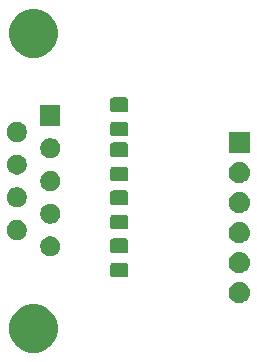
<source format=gbr>
G04 #@! TF.GenerationSoftware,KiCad,Pcbnew,(5.0.2)-1*
G04 #@! TF.CreationDate,2019-09-14T16:49:05-04:00*
G04 #@! TF.ProjectId,RS232_TTL_Male,52533233-325f-4545-944c-5f4d616c652e,rev?*
G04 #@! TF.SameCoordinates,Original*
G04 #@! TF.FileFunction,Soldermask,Bot*
G04 #@! TF.FilePolarity,Negative*
%FSLAX46Y46*%
G04 Gerber Fmt 4.6, Leading zero omitted, Abs format (unit mm)*
G04 Created by KiCad (PCBNEW (5.0.2)-1) date 9/14/2019 4:49:05 PM*
%MOMM*%
%LPD*%
G01*
G04 APERTURE LIST*
%ADD10C,0.100000*%
G04 APERTURE END LIST*
D10*
G36*
X9719252Y-25973818D02*
X9719254Y-25973819D01*
X9719255Y-25973819D01*
X10092513Y-26128427D01*
X10092514Y-26128428D01*
X10428439Y-26352886D01*
X10714114Y-26638561D01*
X10714116Y-26638564D01*
X10938573Y-26974487D01*
X11093181Y-27347745D01*
X11172000Y-27743994D01*
X11172000Y-28148006D01*
X11093181Y-28544255D01*
X10938573Y-28917513D01*
X10938572Y-28917514D01*
X10714114Y-29253439D01*
X10428439Y-29539114D01*
X10428436Y-29539116D01*
X10092513Y-29763573D01*
X9719255Y-29918181D01*
X9719254Y-29918181D01*
X9719252Y-29918182D01*
X9323007Y-29997000D01*
X8918993Y-29997000D01*
X8522748Y-29918182D01*
X8522746Y-29918181D01*
X8522745Y-29918181D01*
X8149487Y-29763573D01*
X7813564Y-29539116D01*
X7813561Y-29539114D01*
X7527886Y-29253439D01*
X7303428Y-28917514D01*
X7303427Y-28917513D01*
X7148819Y-28544255D01*
X7070000Y-28148006D01*
X7070000Y-27743994D01*
X7148819Y-27347745D01*
X7303427Y-26974487D01*
X7527884Y-26638564D01*
X7527886Y-26638561D01*
X7813561Y-26352886D01*
X8149486Y-26128428D01*
X8149487Y-26128427D01*
X8522745Y-25973819D01*
X8522746Y-25973819D01*
X8522748Y-25973818D01*
X8918993Y-25895000D01*
X9323007Y-25895000D01*
X9719252Y-25973818D01*
X9719252Y-25973818D01*
G37*
G36*
X26653443Y-23997519D02*
X26719627Y-24004037D01*
X26832853Y-24038384D01*
X26889467Y-24055557D01*
X27028087Y-24129652D01*
X27045991Y-24139222D01*
X27081729Y-24168552D01*
X27183186Y-24251814D01*
X27266448Y-24353271D01*
X27295778Y-24389009D01*
X27295779Y-24389011D01*
X27379443Y-24545533D01*
X27379443Y-24545534D01*
X27430963Y-24715373D01*
X27448359Y-24892000D01*
X27430963Y-25068627D01*
X27396616Y-25181853D01*
X27379443Y-25238467D01*
X27305348Y-25377087D01*
X27295778Y-25394991D01*
X27266448Y-25430729D01*
X27183186Y-25532186D01*
X27081729Y-25615448D01*
X27045991Y-25644778D01*
X27045989Y-25644779D01*
X26889467Y-25728443D01*
X26832853Y-25745616D01*
X26719627Y-25779963D01*
X26653442Y-25786482D01*
X26587260Y-25793000D01*
X26498740Y-25793000D01*
X26432557Y-25786481D01*
X26366373Y-25779963D01*
X26253147Y-25745616D01*
X26196533Y-25728443D01*
X26040011Y-25644779D01*
X26040009Y-25644778D01*
X26004271Y-25615448D01*
X25902814Y-25532186D01*
X25819552Y-25430729D01*
X25790222Y-25394991D01*
X25780652Y-25377087D01*
X25706557Y-25238467D01*
X25689384Y-25181853D01*
X25655037Y-25068627D01*
X25637641Y-24892000D01*
X25655037Y-24715373D01*
X25706557Y-24545534D01*
X25706557Y-24545533D01*
X25790221Y-24389011D01*
X25790222Y-24389009D01*
X25819552Y-24353271D01*
X25902814Y-24251814D01*
X26004271Y-24168552D01*
X26040009Y-24139222D01*
X26057913Y-24129652D01*
X26196533Y-24055557D01*
X26253147Y-24038384D01*
X26366373Y-24004037D01*
X26432558Y-23997518D01*
X26498740Y-23991000D01*
X26587260Y-23991000D01*
X26653443Y-23997519D01*
X26653443Y-23997519D01*
G37*
G36*
X16971677Y-22374465D02*
X17009364Y-22385898D01*
X17044103Y-22404466D01*
X17074548Y-22429452D01*
X17099534Y-22459897D01*
X17118102Y-22494636D01*
X17129535Y-22532323D01*
X17134000Y-22577661D01*
X17134000Y-23414339D01*
X17129535Y-23459677D01*
X17118102Y-23497364D01*
X17099534Y-23532103D01*
X17074548Y-23562548D01*
X17044103Y-23587534D01*
X17009364Y-23606102D01*
X16971677Y-23617535D01*
X16926339Y-23622000D01*
X15839661Y-23622000D01*
X15794323Y-23617535D01*
X15756636Y-23606102D01*
X15721897Y-23587534D01*
X15691452Y-23562548D01*
X15666466Y-23532103D01*
X15647898Y-23497364D01*
X15636465Y-23459677D01*
X15632000Y-23414339D01*
X15632000Y-22577661D01*
X15636465Y-22532323D01*
X15647898Y-22494636D01*
X15666466Y-22459897D01*
X15691452Y-22429452D01*
X15721897Y-22404466D01*
X15756636Y-22385898D01*
X15794323Y-22374465D01*
X15839661Y-22370000D01*
X16926339Y-22370000D01*
X16971677Y-22374465D01*
X16971677Y-22374465D01*
G37*
G36*
X26653443Y-21457519D02*
X26719627Y-21464037D01*
X26812738Y-21492282D01*
X26889467Y-21515557D01*
X26995063Y-21572000D01*
X27045991Y-21599222D01*
X27081729Y-21628552D01*
X27183186Y-21711814D01*
X27259083Y-21804296D01*
X27295778Y-21849009D01*
X27295779Y-21849011D01*
X27379443Y-22005533D01*
X27379443Y-22005534D01*
X27430963Y-22175373D01*
X27448359Y-22352000D01*
X27430963Y-22528627D01*
X27412626Y-22589075D01*
X27379443Y-22698467D01*
X27305348Y-22837087D01*
X27295778Y-22854991D01*
X27266448Y-22890729D01*
X27183186Y-22992186D01*
X27081729Y-23075448D01*
X27045991Y-23104778D01*
X27045989Y-23104779D01*
X26889467Y-23188443D01*
X26832853Y-23205616D01*
X26719627Y-23239963D01*
X26653443Y-23246481D01*
X26587260Y-23253000D01*
X26498740Y-23253000D01*
X26432557Y-23246481D01*
X26366373Y-23239963D01*
X26253147Y-23205616D01*
X26196533Y-23188443D01*
X26040011Y-23104779D01*
X26040009Y-23104778D01*
X26004271Y-23075448D01*
X25902814Y-22992186D01*
X25819552Y-22890729D01*
X25790222Y-22854991D01*
X25780652Y-22837087D01*
X25706557Y-22698467D01*
X25673374Y-22589075D01*
X25655037Y-22528627D01*
X25637641Y-22352000D01*
X25655037Y-22175373D01*
X25706557Y-22005534D01*
X25706557Y-22005533D01*
X25790221Y-21849011D01*
X25790222Y-21849009D01*
X25826917Y-21804296D01*
X25902814Y-21711814D01*
X26004271Y-21628552D01*
X26040009Y-21599222D01*
X26090937Y-21572000D01*
X26196533Y-21515557D01*
X26273262Y-21492282D01*
X26366373Y-21464037D01*
X26432557Y-21457519D01*
X26498740Y-21451000D01*
X26587260Y-21451000D01*
X26653443Y-21457519D01*
X26653443Y-21457519D01*
G37*
G36*
X10789228Y-20167703D02*
X10944100Y-20231853D01*
X11083481Y-20324985D01*
X11202015Y-20443519D01*
X11295147Y-20582900D01*
X11359297Y-20737772D01*
X11392000Y-20902184D01*
X11392000Y-21069816D01*
X11359297Y-21234228D01*
X11295147Y-21389100D01*
X11202015Y-21528481D01*
X11083481Y-21647015D01*
X10944100Y-21740147D01*
X10789228Y-21804297D01*
X10624816Y-21837000D01*
X10457184Y-21837000D01*
X10292772Y-21804297D01*
X10137900Y-21740147D01*
X9998519Y-21647015D01*
X9879985Y-21528481D01*
X9786853Y-21389100D01*
X9722703Y-21234228D01*
X9690000Y-21069816D01*
X9690000Y-20902184D01*
X9722703Y-20737772D01*
X9786853Y-20582900D01*
X9879985Y-20443519D01*
X9998519Y-20324985D01*
X10137900Y-20231853D01*
X10292772Y-20167703D01*
X10457184Y-20135000D01*
X10624816Y-20135000D01*
X10789228Y-20167703D01*
X10789228Y-20167703D01*
G37*
G36*
X16971677Y-20324465D02*
X17009364Y-20335898D01*
X17044103Y-20354466D01*
X17074548Y-20379452D01*
X17099534Y-20409897D01*
X17118102Y-20444636D01*
X17129535Y-20482323D01*
X17134000Y-20527661D01*
X17134000Y-21364339D01*
X17129535Y-21409677D01*
X17118102Y-21447364D01*
X17099534Y-21482103D01*
X17074548Y-21512548D01*
X17044103Y-21537534D01*
X17009364Y-21556102D01*
X16971677Y-21567535D01*
X16926339Y-21572000D01*
X15839661Y-21572000D01*
X15794323Y-21567535D01*
X15756636Y-21556102D01*
X15721897Y-21537534D01*
X15691452Y-21512548D01*
X15666466Y-21482103D01*
X15647898Y-21447364D01*
X15636465Y-21409677D01*
X15632000Y-21364339D01*
X15632000Y-20527661D01*
X15636465Y-20482323D01*
X15647898Y-20444636D01*
X15666466Y-20409897D01*
X15691452Y-20379452D01*
X15721897Y-20354466D01*
X15756636Y-20335898D01*
X15794323Y-20324465D01*
X15839661Y-20320000D01*
X16926339Y-20320000D01*
X16971677Y-20324465D01*
X16971677Y-20324465D01*
G37*
G36*
X26653442Y-18917518D02*
X26719627Y-18924037D01*
X26832853Y-18958384D01*
X26889467Y-18975557D01*
X26999358Y-19034296D01*
X27045991Y-19059222D01*
X27055468Y-19067000D01*
X27183186Y-19171814D01*
X27266448Y-19273271D01*
X27295778Y-19309009D01*
X27295779Y-19309011D01*
X27379443Y-19465533D01*
X27383310Y-19478282D01*
X27430963Y-19635373D01*
X27448359Y-19812000D01*
X27430963Y-19988627D01*
X27426269Y-20004100D01*
X27379443Y-20158467D01*
X27305348Y-20297087D01*
X27295778Y-20314991D01*
X27287576Y-20324985D01*
X27183186Y-20452186D01*
X27091218Y-20527661D01*
X27045991Y-20564778D01*
X27045989Y-20564779D01*
X26889467Y-20648443D01*
X26832853Y-20665616D01*
X26719627Y-20699963D01*
X26653443Y-20706481D01*
X26587260Y-20713000D01*
X26498740Y-20713000D01*
X26432557Y-20706481D01*
X26366373Y-20699963D01*
X26253147Y-20665616D01*
X26196533Y-20648443D01*
X26040011Y-20564779D01*
X26040009Y-20564778D01*
X25994782Y-20527661D01*
X25902814Y-20452186D01*
X25798424Y-20324985D01*
X25790222Y-20314991D01*
X25780652Y-20297087D01*
X25706557Y-20158467D01*
X25659731Y-20004100D01*
X25655037Y-19988627D01*
X25637641Y-19812000D01*
X25655037Y-19635373D01*
X25702690Y-19478282D01*
X25706557Y-19465533D01*
X25790221Y-19309011D01*
X25790222Y-19309009D01*
X25819552Y-19273271D01*
X25902814Y-19171814D01*
X26030532Y-19067000D01*
X26040009Y-19059222D01*
X26086642Y-19034296D01*
X26196533Y-18975557D01*
X26253147Y-18958384D01*
X26366373Y-18924037D01*
X26432558Y-18917518D01*
X26498740Y-18911000D01*
X26587260Y-18911000D01*
X26653442Y-18917518D01*
X26653442Y-18917518D01*
G37*
G36*
X7949228Y-18782703D02*
X8104100Y-18846853D01*
X8243481Y-18939985D01*
X8362015Y-19058519D01*
X8455147Y-19197900D01*
X8519297Y-19352772D01*
X8552000Y-19517184D01*
X8552000Y-19684816D01*
X8519297Y-19849228D01*
X8455147Y-20004100D01*
X8362015Y-20143481D01*
X8243481Y-20262015D01*
X8104100Y-20355147D01*
X7949228Y-20419297D01*
X7784816Y-20452000D01*
X7617184Y-20452000D01*
X7452772Y-20419297D01*
X7297900Y-20355147D01*
X7158519Y-20262015D01*
X7039985Y-20143481D01*
X6946853Y-20004100D01*
X6882703Y-19849228D01*
X6850000Y-19684816D01*
X6850000Y-19517184D01*
X6882703Y-19352772D01*
X6946853Y-19197900D01*
X7039985Y-19058519D01*
X7158519Y-18939985D01*
X7297900Y-18846853D01*
X7452772Y-18782703D01*
X7617184Y-18750000D01*
X7784816Y-18750000D01*
X7949228Y-18782703D01*
X7949228Y-18782703D01*
G37*
G36*
X16971677Y-18310465D02*
X17009364Y-18321898D01*
X17044103Y-18340466D01*
X17074548Y-18365452D01*
X17099534Y-18395897D01*
X17118102Y-18430636D01*
X17129535Y-18468323D01*
X17134000Y-18513661D01*
X17134000Y-19350339D01*
X17129535Y-19395677D01*
X17118102Y-19433364D01*
X17099534Y-19468103D01*
X17074548Y-19498548D01*
X17044103Y-19523534D01*
X17009364Y-19542102D01*
X16971677Y-19553535D01*
X16926339Y-19558000D01*
X15839661Y-19558000D01*
X15794323Y-19553535D01*
X15756636Y-19542102D01*
X15721897Y-19523534D01*
X15691452Y-19498548D01*
X15666466Y-19468103D01*
X15647898Y-19433364D01*
X15636465Y-19395677D01*
X15632000Y-19350339D01*
X15632000Y-18513661D01*
X15636465Y-18468323D01*
X15647898Y-18430636D01*
X15666466Y-18395897D01*
X15691452Y-18365452D01*
X15721897Y-18340466D01*
X15756636Y-18321898D01*
X15794323Y-18310465D01*
X15839661Y-18306000D01*
X16926339Y-18306000D01*
X16971677Y-18310465D01*
X16971677Y-18310465D01*
G37*
G36*
X10789228Y-17397703D02*
X10944100Y-17461853D01*
X11083481Y-17554985D01*
X11202015Y-17673519D01*
X11295147Y-17812900D01*
X11359297Y-17967772D01*
X11392000Y-18132184D01*
X11392000Y-18299816D01*
X11359297Y-18464228D01*
X11295147Y-18619100D01*
X11202015Y-18758481D01*
X11083481Y-18877015D01*
X10944100Y-18970147D01*
X10789228Y-19034297D01*
X10624816Y-19067000D01*
X10457184Y-19067000D01*
X10292772Y-19034297D01*
X10137900Y-18970147D01*
X9998519Y-18877015D01*
X9879985Y-18758481D01*
X9786853Y-18619100D01*
X9722703Y-18464228D01*
X9690000Y-18299816D01*
X9690000Y-18132184D01*
X9722703Y-17967772D01*
X9786853Y-17812900D01*
X9879985Y-17673519D01*
X9998519Y-17554985D01*
X10137900Y-17461853D01*
X10292772Y-17397703D01*
X10457184Y-17365000D01*
X10624816Y-17365000D01*
X10789228Y-17397703D01*
X10789228Y-17397703D01*
G37*
G36*
X26647792Y-16376962D02*
X26719627Y-16384037D01*
X26832653Y-16418323D01*
X26889467Y-16435557D01*
X27028087Y-16509652D01*
X27045991Y-16519222D01*
X27081729Y-16548552D01*
X27183186Y-16631814D01*
X27266448Y-16733271D01*
X27295778Y-16769009D01*
X27295779Y-16769011D01*
X27379443Y-16925533D01*
X27379443Y-16925534D01*
X27430963Y-17095373D01*
X27448359Y-17272000D01*
X27430963Y-17448627D01*
X27417801Y-17492015D01*
X27379443Y-17618467D01*
X27345483Y-17682000D01*
X27295778Y-17774991D01*
X27266448Y-17810729D01*
X27183186Y-17912186D01*
X27115453Y-17967772D01*
X27045991Y-18024778D01*
X27045989Y-18024779D01*
X26889467Y-18108443D01*
X26832853Y-18125616D01*
X26719627Y-18159963D01*
X26653442Y-18166482D01*
X26587260Y-18173000D01*
X26498740Y-18173000D01*
X26432558Y-18166482D01*
X26366373Y-18159963D01*
X26253147Y-18125616D01*
X26196533Y-18108443D01*
X26040011Y-18024779D01*
X26040009Y-18024778D01*
X25970547Y-17967772D01*
X25902814Y-17912186D01*
X25819552Y-17810729D01*
X25790222Y-17774991D01*
X25740517Y-17682000D01*
X25706557Y-17618467D01*
X25668199Y-17492015D01*
X25655037Y-17448627D01*
X25637641Y-17272000D01*
X25655037Y-17095373D01*
X25706557Y-16925534D01*
X25706557Y-16925533D01*
X25790221Y-16769011D01*
X25790222Y-16769009D01*
X25819552Y-16733271D01*
X25902814Y-16631814D01*
X26004271Y-16548552D01*
X26040009Y-16519222D01*
X26057913Y-16509652D01*
X26196533Y-16435557D01*
X26253347Y-16418323D01*
X26366373Y-16384037D01*
X26438208Y-16376962D01*
X26498740Y-16371000D01*
X26587260Y-16371000D01*
X26647792Y-16376962D01*
X26647792Y-16376962D01*
G37*
G36*
X7949228Y-16012703D02*
X8104100Y-16076853D01*
X8243481Y-16169985D01*
X8362015Y-16288519D01*
X8455147Y-16427900D01*
X8519297Y-16582772D01*
X8552000Y-16747184D01*
X8552000Y-16914816D01*
X8519297Y-17079228D01*
X8455147Y-17234100D01*
X8362015Y-17373481D01*
X8243481Y-17492015D01*
X8104100Y-17585147D01*
X7949228Y-17649297D01*
X7784816Y-17682000D01*
X7617184Y-17682000D01*
X7452772Y-17649297D01*
X7297900Y-17585147D01*
X7158519Y-17492015D01*
X7039985Y-17373481D01*
X6946853Y-17234100D01*
X6882703Y-17079228D01*
X6850000Y-16914816D01*
X6850000Y-16747184D01*
X6882703Y-16582772D01*
X6946853Y-16427900D01*
X7039985Y-16288519D01*
X7158519Y-16169985D01*
X7297900Y-16076853D01*
X7452772Y-16012703D01*
X7617184Y-15980000D01*
X7784816Y-15980000D01*
X7949228Y-16012703D01*
X7949228Y-16012703D01*
G37*
G36*
X16971677Y-16260465D02*
X17009364Y-16271898D01*
X17044103Y-16290466D01*
X17074548Y-16315452D01*
X17099534Y-16345897D01*
X17118102Y-16380636D01*
X17129535Y-16418323D01*
X17134000Y-16463661D01*
X17134000Y-17300339D01*
X17129535Y-17345677D01*
X17118102Y-17383364D01*
X17099534Y-17418103D01*
X17074548Y-17448548D01*
X17044103Y-17473534D01*
X17009364Y-17492102D01*
X16971677Y-17503535D01*
X16926339Y-17508000D01*
X15839661Y-17508000D01*
X15794323Y-17503535D01*
X15756636Y-17492102D01*
X15721897Y-17473534D01*
X15691452Y-17448548D01*
X15666466Y-17418103D01*
X15647898Y-17383364D01*
X15636465Y-17345677D01*
X15632000Y-17300339D01*
X15632000Y-16463661D01*
X15636465Y-16418323D01*
X15647898Y-16380636D01*
X15666466Y-16345897D01*
X15691452Y-16315452D01*
X15721897Y-16290466D01*
X15756636Y-16271898D01*
X15794323Y-16260465D01*
X15839661Y-16256000D01*
X16926339Y-16256000D01*
X16971677Y-16260465D01*
X16971677Y-16260465D01*
G37*
G36*
X10789228Y-14627703D02*
X10944100Y-14691853D01*
X11083481Y-14784985D01*
X11202015Y-14903519D01*
X11295147Y-15042900D01*
X11359297Y-15197772D01*
X11392000Y-15362184D01*
X11392000Y-15529816D01*
X11359297Y-15694228D01*
X11295147Y-15849100D01*
X11202015Y-15988481D01*
X11083481Y-16107015D01*
X10944100Y-16200147D01*
X10789228Y-16264297D01*
X10624816Y-16297000D01*
X10457184Y-16297000D01*
X10292772Y-16264297D01*
X10137900Y-16200147D01*
X9998519Y-16107015D01*
X9879985Y-15988481D01*
X9786853Y-15849100D01*
X9722703Y-15694228D01*
X9690000Y-15529816D01*
X9690000Y-15362184D01*
X9722703Y-15197772D01*
X9786853Y-15042900D01*
X9879985Y-14903519D01*
X9998519Y-14784985D01*
X10137900Y-14691853D01*
X10292772Y-14627703D01*
X10457184Y-14595000D01*
X10624816Y-14595000D01*
X10789228Y-14627703D01*
X10789228Y-14627703D01*
G37*
G36*
X26653442Y-13837518D02*
X26719627Y-13844037D01*
X26832853Y-13878384D01*
X26889467Y-13895557D01*
X27028087Y-13969652D01*
X27045991Y-13979222D01*
X27081729Y-14008552D01*
X27183186Y-14091814D01*
X27266448Y-14193271D01*
X27295778Y-14229009D01*
X27295779Y-14229011D01*
X27379443Y-14385533D01*
X27379443Y-14385534D01*
X27430963Y-14555373D01*
X27448359Y-14732000D01*
X27430963Y-14908627D01*
X27396616Y-15021853D01*
X27379443Y-15078467D01*
X27315672Y-15197772D01*
X27295778Y-15234991D01*
X27266448Y-15270729D01*
X27183186Y-15372186D01*
X27090645Y-15448131D01*
X27045991Y-15484778D01*
X27037091Y-15489535D01*
X26889467Y-15568443D01*
X26832853Y-15585616D01*
X26719627Y-15619963D01*
X26653442Y-15626482D01*
X26587260Y-15633000D01*
X26498740Y-15633000D01*
X26432558Y-15626482D01*
X26366373Y-15619963D01*
X26253147Y-15585616D01*
X26196533Y-15568443D01*
X26048909Y-15489535D01*
X26040009Y-15484778D01*
X25995355Y-15448131D01*
X25902814Y-15372186D01*
X25819552Y-15270729D01*
X25790222Y-15234991D01*
X25770328Y-15197772D01*
X25706557Y-15078467D01*
X25689384Y-15021853D01*
X25655037Y-14908627D01*
X25637641Y-14732000D01*
X25655037Y-14555373D01*
X25706557Y-14385534D01*
X25706557Y-14385533D01*
X25790221Y-14229011D01*
X25790222Y-14229009D01*
X25819552Y-14193271D01*
X25902814Y-14091814D01*
X26004271Y-14008552D01*
X26040009Y-13979222D01*
X26057913Y-13969652D01*
X26196533Y-13895557D01*
X26253147Y-13878384D01*
X26366373Y-13844037D01*
X26432558Y-13837518D01*
X26498740Y-13831000D01*
X26587260Y-13831000D01*
X26653442Y-13837518D01*
X26653442Y-13837518D01*
G37*
G36*
X16971677Y-14246465D02*
X17009364Y-14257898D01*
X17044103Y-14276466D01*
X17074548Y-14301452D01*
X17099534Y-14331897D01*
X17118102Y-14366636D01*
X17129535Y-14404323D01*
X17134000Y-14449661D01*
X17134000Y-15286339D01*
X17129535Y-15331677D01*
X17118102Y-15369364D01*
X17099534Y-15404103D01*
X17074548Y-15434548D01*
X17044103Y-15459534D01*
X17009364Y-15478102D01*
X16971677Y-15489535D01*
X16926339Y-15494000D01*
X15839661Y-15494000D01*
X15794323Y-15489535D01*
X15756636Y-15478102D01*
X15721897Y-15459534D01*
X15691452Y-15434548D01*
X15666466Y-15404103D01*
X15647898Y-15369364D01*
X15636465Y-15331677D01*
X15632000Y-15286339D01*
X15632000Y-14449661D01*
X15636465Y-14404323D01*
X15647898Y-14366636D01*
X15666466Y-14331897D01*
X15691452Y-14301452D01*
X15721897Y-14276466D01*
X15756636Y-14257898D01*
X15794323Y-14246465D01*
X15839661Y-14242000D01*
X16926339Y-14242000D01*
X16971677Y-14246465D01*
X16971677Y-14246465D01*
G37*
G36*
X7949228Y-13242703D02*
X8104100Y-13306853D01*
X8243481Y-13399985D01*
X8362015Y-13518519D01*
X8455147Y-13657900D01*
X8519297Y-13812772D01*
X8552000Y-13977184D01*
X8552000Y-14144816D01*
X8519297Y-14309228D01*
X8455147Y-14464100D01*
X8362015Y-14603481D01*
X8243481Y-14722015D01*
X8104100Y-14815147D01*
X7949228Y-14879297D01*
X7784816Y-14912000D01*
X7617184Y-14912000D01*
X7452772Y-14879297D01*
X7297900Y-14815147D01*
X7158519Y-14722015D01*
X7039985Y-14603481D01*
X6946853Y-14464100D01*
X6882703Y-14309228D01*
X6850000Y-14144816D01*
X6850000Y-13977184D01*
X6882703Y-13812772D01*
X6946853Y-13657900D01*
X7039985Y-13518519D01*
X7158519Y-13399985D01*
X7297900Y-13306853D01*
X7452772Y-13242703D01*
X7617184Y-13210000D01*
X7784816Y-13210000D01*
X7949228Y-13242703D01*
X7949228Y-13242703D01*
G37*
G36*
X10789228Y-11857703D02*
X10944100Y-11921853D01*
X11083481Y-12014985D01*
X11202015Y-12133519D01*
X11295147Y-12272900D01*
X11359297Y-12427772D01*
X11392000Y-12592184D01*
X11392000Y-12759816D01*
X11359297Y-12924228D01*
X11295147Y-13079100D01*
X11202015Y-13218481D01*
X11083481Y-13337015D01*
X10944100Y-13430147D01*
X10789228Y-13494297D01*
X10624816Y-13527000D01*
X10457184Y-13527000D01*
X10292772Y-13494297D01*
X10137900Y-13430147D01*
X9998519Y-13337015D01*
X9879985Y-13218481D01*
X9786853Y-13079100D01*
X9722703Y-12924228D01*
X9690000Y-12759816D01*
X9690000Y-12592184D01*
X9722703Y-12427772D01*
X9786853Y-12272900D01*
X9879985Y-12133519D01*
X9998519Y-12014985D01*
X10137900Y-11921853D01*
X10292772Y-11857703D01*
X10457184Y-11825000D01*
X10624816Y-11825000D01*
X10789228Y-11857703D01*
X10789228Y-11857703D01*
G37*
G36*
X16971677Y-12196465D02*
X17009364Y-12207898D01*
X17044103Y-12226466D01*
X17074548Y-12251452D01*
X17099534Y-12281897D01*
X17118102Y-12316636D01*
X17129535Y-12354323D01*
X17134000Y-12399661D01*
X17134000Y-13236339D01*
X17129535Y-13281677D01*
X17118102Y-13319364D01*
X17099534Y-13354103D01*
X17074548Y-13384548D01*
X17044103Y-13409534D01*
X17009364Y-13428102D01*
X16971677Y-13439535D01*
X16926339Y-13444000D01*
X15839661Y-13444000D01*
X15794323Y-13439535D01*
X15756636Y-13428102D01*
X15721897Y-13409534D01*
X15691452Y-13384548D01*
X15666466Y-13354103D01*
X15647898Y-13319364D01*
X15636465Y-13281677D01*
X15632000Y-13236339D01*
X15632000Y-12399661D01*
X15636465Y-12354323D01*
X15647898Y-12316636D01*
X15666466Y-12281897D01*
X15691452Y-12251452D01*
X15721897Y-12226466D01*
X15756636Y-12207898D01*
X15794323Y-12196465D01*
X15839661Y-12192000D01*
X16926339Y-12192000D01*
X16971677Y-12196465D01*
X16971677Y-12196465D01*
G37*
G36*
X27444000Y-13093000D02*
X25642000Y-13093000D01*
X25642000Y-11291000D01*
X27444000Y-11291000D01*
X27444000Y-13093000D01*
X27444000Y-13093000D01*
G37*
G36*
X7949228Y-10472703D02*
X8104100Y-10536853D01*
X8243481Y-10629985D01*
X8362015Y-10748519D01*
X8455147Y-10887900D01*
X8519297Y-11042772D01*
X8552000Y-11207184D01*
X8552000Y-11374816D01*
X8519297Y-11539228D01*
X8455147Y-11694100D01*
X8362015Y-11833481D01*
X8243481Y-11952015D01*
X8104100Y-12045147D01*
X7949228Y-12109297D01*
X7784816Y-12142000D01*
X7617184Y-12142000D01*
X7452772Y-12109297D01*
X7297900Y-12045147D01*
X7158519Y-11952015D01*
X7039985Y-11833481D01*
X6946853Y-11694100D01*
X6882703Y-11539228D01*
X6850000Y-11374816D01*
X6850000Y-11207184D01*
X6882703Y-11042772D01*
X6946853Y-10887900D01*
X7039985Y-10748519D01*
X7158519Y-10629985D01*
X7297900Y-10536853D01*
X7452772Y-10472703D01*
X7617184Y-10440000D01*
X7784816Y-10440000D01*
X7949228Y-10472703D01*
X7949228Y-10472703D01*
G37*
G36*
X16971677Y-10436465D02*
X17009364Y-10447898D01*
X17044103Y-10466466D01*
X17074548Y-10491452D01*
X17099534Y-10521897D01*
X17118102Y-10556636D01*
X17129535Y-10594323D01*
X17134000Y-10639661D01*
X17134000Y-11476339D01*
X17129535Y-11521677D01*
X17118102Y-11559364D01*
X17099534Y-11594103D01*
X17074548Y-11624548D01*
X17044103Y-11649534D01*
X17009364Y-11668102D01*
X16971677Y-11679535D01*
X16926339Y-11684000D01*
X15839661Y-11684000D01*
X15794323Y-11679535D01*
X15756636Y-11668102D01*
X15721897Y-11649534D01*
X15691452Y-11624548D01*
X15666466Y-11594103D01*
X15647898Y-11559364D01*
X15636465Y-11521677D01*
X15632000Y-11476339D01*
X15632000Y-10639661D01*
X15636465Y-10594323D01*
X15647898Y-10556636D01*
X15666466Y-10521897D01*
X15691452Y-10491452D01*
X15721897Y-10466466D01*
X15756636Y-10447898D01*
X15794323Y-10436465D01*
X15839661Y-10432000D01*
X16926339Y-10432000D01*
X16971677Y-10436465D01*
X16971677Y-10436465D01*
G37*
G36*
X11392000Y-10757000D02*
X9690000Y-10757000D01*
X9690000Y-9055000D01*
X11392000Y-9055000D01*
X11392000Y-10757000D01*
X11392000Y-10757000D01*
G37*
G36*
X16971677Y-8386465D02*
X17009364Y-8397898D01*
X17044103Y-8416466D01*
X17074548Y-8441452D01*
X17099534Y-8471897D01*
X17118102Y-8506636D01*
X17129535Y-8544323D01*
X17134000Y-8589661D01*
X17134000Y-9426339D01*
X17129535Y-9471677D01*
X17118102Y-9509364D01*
X17099534Y-9544103D01*
X17074548Y-9574548D01*
X17044103Y-9599534D01*
X17009364Y-9618102D01*
X16971677Y-9629535D01*
X16926339Y-9634000D01*
X15839661Y-9634000D01*
X15794323Y-9629535D01*
X15756636Y-9618102D01*
X15721897Y-9599534D01*
X15691452Y-9574548D01*
X15666466Y-9544103D01*
X15647898Y-9509364D01*
X15636465Y-9471677D01*
X15632000Y-9426339D01*
X15632000Y-8589661D01*
X15636465Y-8544323D01*
X15647898Y-8506636D01*
X15666466Y-8471897D01*
X15691452Y-8441452D01*
X15721897Y-8416466D01*
X15756636Y-8397898D01*
X15794323Y-8386465D01*
X15839661Y-8382000D01*
X16926339Y-8382000D01*
X16971677Y-8386465D01*
X16971677Y-8386465D01*
G37*
G36*
X9719252Y-973818D02*
X9719254Y-973819D01*
X9719255Y-973819D01*
X10092513Y-1128427D01*
X10092514Y-1128428D01*
X10428439Y-1352886D01*
X10714114Y-1638561D01*
X10714116Y-1638564D01*
X10938573Y-1974487D01*
X11093181Y-2347745D01*
X11172000Y-2743994D01*
X11172000Y-3148006D01*
X11093181Y-3544255D01*
X10938573Y-3917513D01*
X10938572Y-3917514D01*
X10714114Y-4253439D01*
X10428439Y-4539114D01*
X10428436Y-4539116D01*
X10092513Y-4763573D01*
X9719255Y-4918181D01*
X9719254Y-4918181D01*
X9719252Y-4918182D01*
X9323007Y-4997000D01*
X8918993Y-4997000D01*
X8522748Y-4918182D01*
X8522746Y-4918181D01*
X8522745Y-4918181D01*
X8149487Y-4763573D01*
X7813564Y-4539116D01*
X7813561Y-4539114D01*
X7527886Y-4253439D01*
X7303428Y-3917514D01*
X7303427Y-3917513D01*
X7148819Y-3544255D01*
X7070000Y-3148006D01*
X7070000Y-2743994D01*
X7148819Y-2347745D01*
X7303427Y-1974487D01*
X7527884Y-1638564D01*
X7527886Y-1638561D01*
X7813561Y-1352886D01*
X8149486Y-1128428D01*
X8149487Y-1128427D01*
X8522745Y-973819D01*
X8522746Y-973819D01*
X8522748Y-973818D01*
X8918993Y-895000D01*
X9323007Y-895000D01*
X9719252Y-973818D01*
X9719252Y-973818D01*
G37*
M02*

</source>
